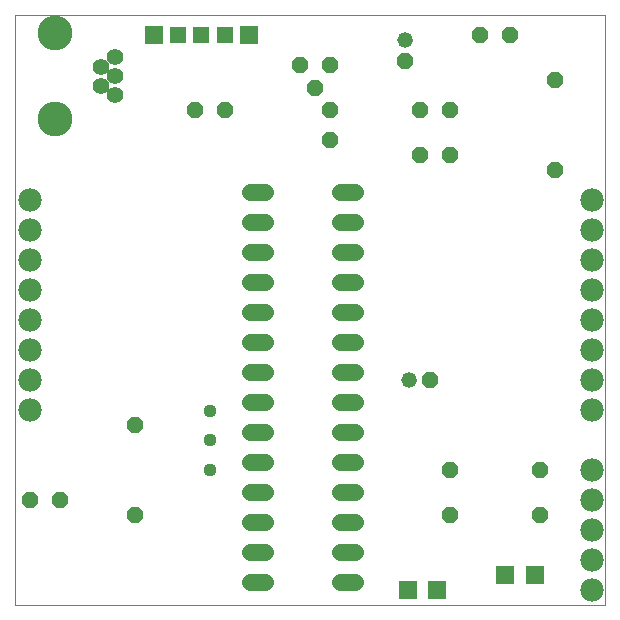
<source format=gbs>
G75*
%MOIN*%
%OFA0B0*%
%FSLAX25Y25*%
%IPPOS*%
%LPD*%
%AMOC8*
5,1,8,0,0,1.08239X$1,22.5*
%
%ADD10C,0.00000*%
%ADD11OC8,0.05200*%
%ADD12C,0.05200*%
%ADD13OC8,0.05600*%
%ADD14C,0.05550*%
%ADD15C,0.11620*%
%ADD16C,0.07800*%
%ADD17R,0.05550X0.05550*%
%ADD18R,0.06337X0.06337*%
%ADD19C,0.04369*%
%ADD20C,0.05600*%
D10*
X0009867Y0006093D02*
X0009867Y0202943D01*
X0206717Y0202943D01*
X0206717Y0006093D01*
X0009867Y0006093D01*
D11*
X0148367Y0081093D03*
X0139867Y0187593D03*
D12*
X0139867Y0194593D03*
X0141367Y0081093D03*
D13*
X0154867Y0051093D03*
X0154867Y0036093D03*
X0184867Y0036093D03*
X0184867Y0051093D03*
X0189867Y0151093D03*
X0189867Y0181093D03*
X0174867Y0196093D03*
X0164867Y0196093D03*
X0154867Y0171093D03*
X0144867Y0171093D03*
X0144867Y0156093D03*
X0154867Y0156093D03*
X0114867Y0161093D03*
X0114867Y0171093D03*
X0109867Y0178593D03*
X0114867Y0186093D03*
X0104867Y0186093D03*
X0079867Y0171093D03*
X0069867Y0171093D03*
X0049867Y0066093D03*
X0024867Y0041093D03*
X0014867Y0041093D03*
X0049867Y0036093D03*
D14*
X0043371Y0176093D03*
X0038646Y0179242D03*
X0043371Y0182392D03*
X0038646Y0185541D03*
X0043371Y0188691D03*
D15*
X0023292Y0196762D03*
X0023292Y0168022D03*
D16*
X0014867Y0141093D03*
X0014867Y0131093D03*
X0014867Y0121093D03*
X0014867Y0111093D03*
X0014867Y0101093D03*
X0014867Y0091093D03*
X0014867Y0081093D03*
X0014867Y0071093D03*
X0202367Y0071093D03*
X0202367Y0081093D03*
X0202367Y0091093D03*
X0202367Y0101093D03*
X0202367Y0111093D03*
X0202367Y0121093D03*
X0202367Y0131093D03*
X0202367Y0141093D03*
X0202367Y0051093D03*
X0202367Y0041093D03*
X0202367Y0031093D03*
X0202367Y0021093D03*
X0202367Y0011093D03*
D17*
X0079945Y0196093D03*
X0072071Y0196093D03*
X0064197Y0196093D03*
D18*
X0056323Y0196093D03*
X0087819Y0196093D03*
X0173430Y0016093D03*
X0183272Y0016093D03*
X0150772Y0011093D03*
X0140930Y0011093D03*
D19*
X0074867Y0051250D03*
X0074867Y0061093D03*
X0074867Y0070935D03*
D20*
X0088133Y0073848D02*
X0093333Y0073848D01*
X0093333Y0063848D02*
X0088133Y0063848D01*
X0088133Y0053848D02*
X0093333Y0053848D01*
X0093333Y0043848D02*
X0088133Y0043848D01*
X0088133Y0033848D02*
X0093333Y0033848D01*
X0093333Y0023848D02*
X0088133Y0023848D01*
X0088133Y0013848D02*
X0093333Y0013848D01*
X0118133Y0013848D02*
X0123333Y0013848D01*
X0123333Y0023848D02*
X0118133Y0023848D01*
X0118133Y0033848D02*
X0123333Y0033848D01*
X0123333Y0043848D02*
X0118133Y0043848D01*
X0118133Y0053848D02*
X0123333Y0053848D01*
X0123333Y0063848D02*
X0118133Y0063848D01*
X0118133Y0073848D02*
X0123333Y0073848D01*
X0123333Y0083848D02*
X0118133Y0083848D01*
X0118133Y0093848D02*
X0123333Y0093848D01*
X0123333Y0103848D02*
X0118133Y0103848D01*
X0118133Y0113848D02*
X0123333Y0113848D01*
X0123333Y0123848D02*
X0118133Y0123848D01*
X0118133Y0133848D02*
X0123333Y0133848D01*
X0123333Y0143848D02*
X0118133Y0143848D01*
X0093333Y0143848D02*
X0088133Y0143848D01*
X0088133Y0133848D02*
X0093333Y0133848D01*
X0093333Y0123848D02*
X0088133Y0123848D01*
X0088133Y0113848D02*
X0093333Y0113848D01*
X0093333Y0103848D02*
X0088133Y0103848D01*
X0088133Y0093848D02*
X0093333Y0093848D01*
X0093333Y0083848D02*
X0088133Y0083848D01*
M02*

</source>
